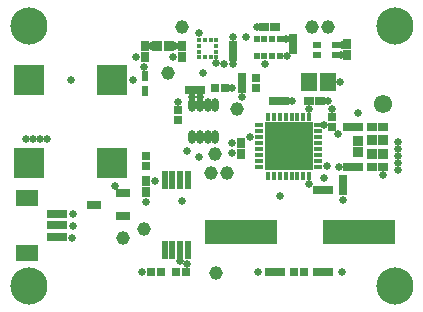
<source format=gts>
G04*
G04 #@! TF.GenerationSoftware,Altium Limited,Altium Designer,24.5.2 (23)*
G04*
G04 Layer_Color=8388736*
%FSLAX25Y25*%
%MOIN*%
G70*
G04*
G04 #@! TF.SameCoordinates,DA11F9B2-49B4-46D7-84E3-7535E75C2908*
G04*
G04*
G04 #@! TF.FilePolarity,Negative*
G04*
G01*
G75*
%ADD44C,0.04528*%
%ADD45C,0.12402*%
%ADD46R,0.03189X0.03032*%
%ADD47R,0.02953X0.02756*%
%ADD48R,0.05512X0.06299*%
%ADD49C,0.02559*%
%ADD50R,0.03032X0.03189*%
%ADD51R,0.03228X0.03268*%
%ADD52R,0.03268X0.03228*%
%ADD53R,0.16339X0.16339*%
%ADD54R,0.01575X0.03150*%
%ADD55R,0.03150X0.01575*%
%ADD56R,0.10433X0.10433*%
%ADD57R,0.06693X0.02953*%
%ADD58R,0.07677X0.05315*%
%ADD59R,0.24213X0.08465*%
%ADD60R,0.02362X0.06102*%
%ADD61R,0.02756X0.02953*%
%ADD62R,0.04528X0.02953*%
%ADD63O,0.02559X0.04528*%
%ADD64R,0.02165X0.03740*%
%ADD65R,0.01772X0.01772*%
%ADD66R,0.01772X0.01772*%
%ADD67R,0.02953X0.02165*%
%ADD68R,0.01968X0.01968*%
%ADD69R,0.03150X0.03347*%
%ADD70C,0.06102*%
D44*
X70079Y51968D02*
D03*
X59055Y94095D02*
D03*
X54331Y78740D02*
D03*
X68504Y45669D02*
D03*
X74016D02*
D03*
X77165Y66929D02*
D03*
X102264Y94291D02*
D03*
X107762D02*
D03*
X46457Y26772D02*
D03*
X39201Y23908D02*
D03*
X70472Y12205D02*
D03*
D45*
X129921Y94488D02*
D03*
X7874Y94488D02*
D03*
Y7874D02*
D03*
X129921Y7874D02*
D03*
X129921Y94488D02*
D03*
X7874Y94488D02*
D03*
Y7874D02*
D03*
X129921Y7874D02*
D03*
D46*
X88329Y12500D02*
D03*
X91793D02*
D03*
X107758D02*
D03*
X104293D02*
D03*
X104854Y69500D02*
D03*
X101390D02*
D03*
X122406Y61000D02*
D03*
X125870D02*
D03*
X114268Y47500D02*
D03*
X117732D02*
D03*
X114268Y61000D02*
D03*
X117732D02*
D03*
X122406Y47500D02*
D03*
X125870D02*
D03*
X61654Y73228D02*
D03*
X65118D02*
D03*
X86457Y94095D02*
D03*
X89921D02*
D03*
X107732Y40000D02*
D03*
X104268D02*
D03*
X89579Y69500D02*
D03*
X93043D02*
D03*
D47*
X99673Y12500D02*
D03*
X96327D02*
D03*
X52083D02*
D03*
X48736D02*
D03*
X60256D02*
D03*
X56910D02*
D03*
X69827Y74000D02*
D03*
X73173D02*
D03*
D48*
X101252Y76000D02*
D03*
X107748D02*
D03*
D49*
X117682Y65393D02*
D03*
X125856Y44755D02*
D03*
X106201Y43799D02*
D03*
X101390Y66929D02*
D03*
X111122Y58366D02*
D03*
X106295Y61417D02*
D03*
X108858Y66831D02*
D03*
X111644Y75984D02*
D03*
X107551Y69527D02*
D03*
X95656Y69512D02*
D03*
X70472Y82087D02*
D03*
X80216Y90748D02*
D03*
X75984Y90945D02*
D03*
X55905Y84252D02*
D03*
X66000Y79000D02*
D03*
X75590Y74016D02*
D03*
X81791Y57480D02*
D03*
X75492Y55512D02*
D03*
X75590Y52067D02*
D03*
X112205Y88075D02*
D03*
X112091Y84925D02*
D03*
X93811Y84500D02*
D03*
X93701Y90220D02*
D03*
X83961Y94167D02*
D03*
X75812Y81999D02*
D03*
X78897Y70775D02*
D03*
X65030Y70866D02*
D03*
X62382D02*
D03*
X57480Y69291D02*
D03*
X64494Y92342D02*
D03*
X56750Y87732D02*
D03*
X43500Y84274D02*
D03*
X48650Y87732D02*
D03*
X46457Y80709D02*
D03*
X42476Y76566D02*
D03*
X22047Y76559D02*
D03*
X14124Y56742D02*
D03*
X11762D02*
D03*
X9400D02*
D03*
X7037D02*
D03*
X131102Y46457D02*
D03*
Y55905D02*
D03*
Y53543D02*
D03*
Y51181D02*
D03*
Y48819D02*
D03*
X107463Y48014D02*
D03*
X111346Y47481D02*
D03*
X112598Y36614D02*
D03*
X101406Y41732D02*
D03*
X36614Y41339D02*
D03*
X46850Y35827D02*
D03*
X50000Y42732D02*
D03*
X22441Y24016D02*
D03*
X45669Y12598D02*
D03*
X58268Y16142D02*
D03*
X60584Y15289D02*
D03*
X84252Y12598D02*
D03*
X112205D02*
D03*
X60500Y53000D02*
D03*
X22500Y32000D02*
D03*
X64500Y51000D02*
D03*
X22500Y28000D02*
D03*
X73000Y82000D02*
D03*
X86500D02*
D03*
X59033Y36118D02*
D03*
X91500Y38000D02*
D03*
X100996Y48004D02*
D03*
X96665D02*
D03*
X92335D02*
D03*
X88004D02*
D03*
X100996Y52335D02*
D03*
X96665D02*
D03*
X92335D02*
D03*
X88004D02*
D03*
X100996Y56665D02*
D03*
X96665D02*
D03*
X92335D02*
D03*
X88004D02*
D03*
X100996Y60996D02*
D03*
X96665D02*
D03*
X92335D02*
D03*
X88004D02*
D03*
D50*
X78543Y52008D02*
D03*
Y55472D02*
D03*
X112500Y39768D02*
D03*
Y43232D02*
D03*
X46500Y87732D02*
D03*
Y84268D02*
D03*
X59000Y87732D02*
D03*
Y84268D02*
D03*
X96000Y90232D02*
D03*
Y86768D02*
D03*
X114032Y84925D02*
D03*
Y88390D02*
D03*
X47000Y42732D02*
D03*
Y39268D02*
D03*
X75839Y84520D02*
D03*
Y87984D02*
D03*
D51*
X125850Y52000D02*
D03*
X122150D02*
D03*
X125850Y56500D02*
D03*
X122150D02*
D03*
X50799Y87732D02*
D03*
X54500D02*
D03*
D52*
X117500Y52450D02*
D03*
Y56150D02*
D03*
D53*
X94500Y54500D02*
D03*
D54*
X87610Y64342D02*
D03*
X89579D02*
D03*
X91547D02*
D03*
X93516D02*
D03*
X95484D02*
D03*
X97453D02*
D03*
X99421D02*
D03*
X101390D02*
D03*
Y44657D02*
D03*
X99421D02*
D03*
X97453D02*
D03*
X95484D02*
D03*
X93516D02*
D03*
X91547D02*
D03*
X89579D02*
D03*
X87610D02*
D03*
D55*
X104342Y61390D02*
D03*
Y59421D02*
D03*
Y57453D02*
D03*
Y55484D02*
D03*
Y53516D02*
D03*
Y51547D02*
D03*
Y49579D02*
D03*
Y47610D02*
D03*
X84658D02*
D03*
Y49579D02*
D03*
Y51547D02*
D03*
Y53516D02*
D03*
Y55484D02*
D03*
Y57453D02*
D03*
Y59421D02*
D03*
Y61390D02*
D03*
D56*
X35559Y76559D02*
D03*
Y49000D02*
D03*
X8000D02*
D03*
Y76559D02*
D03*
D57*
X17232Y24094D02*
D03*
Y31969D02*
D03*
Y28032D02*
D03*
D58*
X7291Y37087D02*
D03*
Y18976D02*
D03*
D59*
X78642Y26000D02*
D03*
X118012D02*
D03*
D60*
X53161Y19886D02*
D03*
X55721D02*
D03*
X58280D02*
D03*
X60839D02*
D03*
X53161Y43114D02*
D03*
X55721D02*
D03*
X58280D02*
D03*
X60839D02*
D03*
D61*
X47000Y51173D02*
D03*
Y47827D02*
D03*
X57500Y63327D02*
D03*
Y66673D02*
D03*
X83500Y77173D02*
D03*
Y73827D02*
D03*
X108862Y64346D02*
D03*
Y61000D02*
D03*
D62*
X29776Y35000D02*
D03*
X39224Y38740D02*
D03*
Y31260D02*
D03*
D63*
X62382Y57500D02*
D03*
X64941D02*
D03*
X67500D02*
D03*
X70059D02*
D03*
X62382Y68130D02*
D03*
X64941D02*
D03*
X67500D02*
D03*
X70059D02*
D03*
D64*
X46500Y78000D02*
D03*
Y72882D02*
D03*
D65*
X70453Y84047D02*
D03*
Y86016D02*
D03*
Y87984D02*
D03*
Y89953D02*
D03*
X64547D02*
D03*
Y87984D02*
D03*
Y86016D02*
D03*
Y84047D02*
D03*
D66*
X68484Y89953D02*
D03*
X66516D02*
D03*
Y84047D02*
D03*
X68484D02*
D03*
D67*
X110150Y88075D02*
D03*
Y84925D02*
D03*
X103850Y88075D02*
D03*
Y84925D02*
D03*
D68*
X83882Y84500D02*
D03*
Y90209D02*
D03*
X86441Y84500D02*
D03*
Y90209D02*
D03*
X89000Y84500D02*
D03*
Y90209D02*
D03*
X91559Y84500D02*
D03*
Y90209D02*
D03*
D69*
X79000Y73728D02*
D03*
Y77272D02*
D03*
D70*
X125886Y68602D02*
D03*
M02*

</source>
